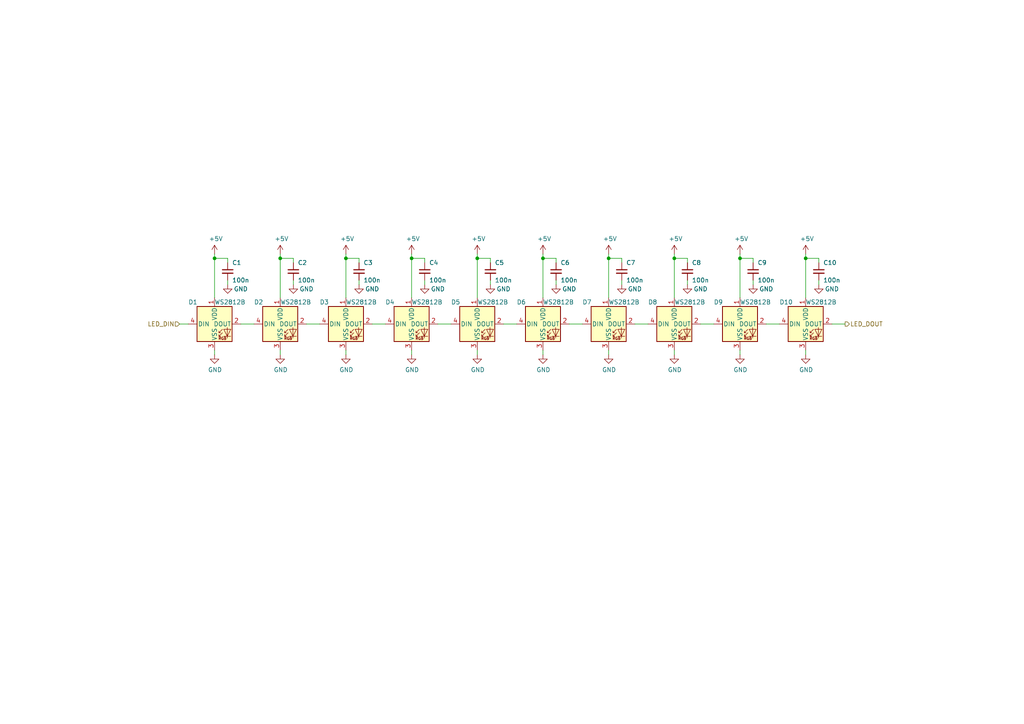
<source format=kicad_sch>
(kicad_sch (version 20211123) (generator eeschema)
  (paper "A4")
  (lib_symbols
    (symbol "Device:C_Small" (pin_numbers hide) (pin_names (offset 0.254) hide)
      (property "Reference" "C" (at 0.254 1.778 0))
      (property "Value" "C_Small" (at 0.254 -2.032 0))
      (symbol "C_Small_0_1"
        (polyline (pts (xy -1.524 -0.508) (xy 1.524 -0.508)) (stroke (width 0.3302)))
        (polyline (pts (xy -1.524 0.508) (xy 1.524 0.508)) (stroke (width 0.3048)))
      )
      (symbol "C_Small_1_1"
        (pin passive line (at 0 2.54 270) (length 2.032) (name "~") (number "1"))
        (pin passive line (at 0 -2.54 90) (length 2.032) (name "~") (number "2"))
      )
    )
    (symbol "LED:WS2812B" (pin_names (offset 0.254))
      (property "Reference" "D" (at 5.08 5.715 0))
      (property "Value" "WS2812B" (at 1.27 -5.715 0))
      (symbol "WS2812B_0_0"
        (text "RGB" (at 2.286 -4.191 0) (effects (font (size 0.762 0.762))))
      )
      (symbol "WS2812B_0_1"
        (polyline (pts (xy 1.27 -3.556) (xy 1.778 -3.556)))
        (polyline (pts (xy 1.27 -2.54) (xy 1.778 -2.54)))
        (polyline (pts (xy 4.699 -3.556) (xy 2.667 -3.556)))
        (polyline (pts (xy 2.286 -2.54) (xy 1.27 -3.556) (xy 1.27 -3.048)))
        (polyline (pts (xy 2.286 -1.524) (xy 1.27 -2.54) (xy 1.27 -2.032)))
        (polyline (pts (xy 3.683 -1.016) (xy 3.683 -3.556) (xy 3.683 -4.064)))
        (polyline (pts (xy 4.699 -1.524) (xy 2.667 -1.524) (xy 3.683 -3.556) (xy 4.699 -1.524)))
        (rectangle (start 5.08 5.08) (end -5.08 -5.08) (stroke (width 0.254)) (fill (type background)))
      )
      (symbol "WS2812B_1_1"
        (pin power_in line (at 0 7.62 270) (length 2.54) (name "VDD") (number "1"))
        (pin output line (at 7.62 0 180) (length 2.54) (name "DOUT") (number "2"))
        (pin power_in line (at 0 -7.62 90) (length 2.54) (name "VSS") (number "3"))
        (pin input line (at -7.62 0 0) (length 2.54) (name "DIN") (number "4"))
      )
    )
    (symbol "power:+5V" (power) (pin_names (offset 0))
      (property "Value" "+5V" (at 0 3.556 0))
      (symbol "+5V_0_1"
        (polyline (pts (xy -0.762 1.27) (xy 0 2.54)))
        (polyline (pts (xy 0 0) (xy 0 2.54)))
        (polyline (pts (xy 0 2.54) (xy 0.762 1.27)))
      )
      (symbol "+5V_1_1"
        (pin power_in line (at 0 0 90) (length 0) hide (name "+5V") (number "1"))
      )
    )
    (symbol "power:GND" (power) (pin_names (offset 0))
      (property "Value" "GND" (at 0 -3.81 0))
      (symbol "GND_0_1"
        (polyline (pts (xy 0 0) (xy 0 -1.27) (xy 1.27 -1.27) (xy 0 -2.54) (xy -1.27 -1.27) (xy 0 -1.27)))
      )
      (symbol "GND_1_1"
        (pin power_in line (at 0 0 270) (length 0) hide (name "GND") (number "1"))
      )
    )
  )
  (junction (at 138.43 74.93))
  (junction (at 176.53 74.93))
  (junction (at 195.58 74.93))
  (junction (at 81.28 74.93))
  (junction (at 233.68 74.93))
  (junction (at 100.33 74.93))
  (junction (at 119.38 74.93))
  (junction (at 62.23 74.93))
  (junction (at 214.63 74.93))
  (junction (at 157.48 74.93))
  (wire (pts (xy 233.68 74.93) (xy 233.68 86.36)))
  (wire (pts (xy 138.43 102.87) (xy 138.43 101.6)))
  (wire (pts (xy 218.44 76.2) (xy 218.44 74.93)))
  (wire (pts (xy 104.14 76.2) (xy 104.14 74.93)))
  (wire (pts (xy 237.49 76.2) (xy 237.49 74.93)))
  (wire (pts (xy 85.09 76.2) (xy 85.09 74.93)))
  (wire (pts (xy 107.95 93.98) (xy 111.76 93.98)))
  (wire (pts (xy 100.33 102.87) (xy 100.33 101.6)))
  (wire (pts (xy 104.14 82.55) (xy 104.14 81.28)))
  (wire (pts (xy 176.53 102.87) (xy 176.53 101.6)))
  (wire (pts (xy 146.05 93.98) (xy 149.86 93.98)))
  (wire (pts (xy 180.34 76.2) (xy 180.34 74.93)))
  (wire (pts (xy 100.33 73.66) (xy 100.33 74.93)))
  (wire (pts (xy 237.49 74.93) (xy 233.68 74.93)))
  (wire (pts (xy 199.39 82.55) (xy 199.39 81.28)))
  (wire (pts (xy 62.23 102.87) (xy 62.23 101.6)))
  (wire (pts (xy 176.53 73.66) (xy 176.53 74.93)))
  (wire (pts (xy 123.19 82.55) (xy 123.19 81.28)))
  (wire (pts (xy 81.28 102.87) (xy 81.28 101.6)))
  (wire (pts (xy 123.19 76.2) (xy 123.19 74.93)))
  (wire (pts (xy 233.68 102.87) (xy 233.68 101.6)))
  (wire (pts (xy 184.15 93.98) (xy 187.96 93.98)))
  (wire (pts (xy 100.33 74.93) (xy 100.33 86.36)))
  (wire (pts (xy 157.48 102.87) (xy 157.48 101.6)))
  (wire (pts (xy 157.48 73.66) (xy 157.48 74.93)))
  (wire (pts (xy 66.04 76.2) (xy 66.04 74.93)))
  (wire (pts (xy 222.25 93.98) (xy 226.06 93.98)))
  (wire (pts (xy 62.23 74.93) (xy 62.23 86.36)))
  (wire (pts (xy 69.85 93.98) (xy 73.66 93.98)))
  (wire (pts (xy 203.2 93.98) (xy 207.01 93.98)))
  (wire (pts (xy 237.49 82.55) (xy 237.49 81.28)))
  (wire (pts (xy 52.07 93.98) (xy 54.61 93.98)))
  (wire (pts (xy 85.09 82.55) (xy 85.09 81.28)))
  (wire (pts (xy 142.24 82.55) (xy 142.24 81.28)))
  (wire (pts (xy 233.68 73.66) (xy 233.68 74.93)))
  (wire (pts (xy 214.63 74.93) (xy 214.63 86.36)))
  (wire (pts (xy 218.44 74.93) (xy 214.63 74.93)))
  (wire (pts (xy 176.53 74.93) (xy 176.53 86.36)))
  (wire (pts (xy 119.38 102.87) (xy 119.38 101.6)))
  (wire (pts (xy 241.3 93.98) (xy 245.11 93.98)))
  (wire (pts (xy 138.43 73.66) (xy 138.43 74.93)))
  (wire (pts (xy 157.48 74.93) (xy 157.48 86.36)))
  (wire (pts (xy 161.29 76.2) (xy 161.29 74.93)))
  (wire (pts (xy 66.04 82.55) (xy 66.04 81.28)))
  (wire (pts (xy 195.58 73.66) (xy 195.58 74.93)))
  (wire (pts (xy 180.34 82.55) (xy 180.34 81.28)))
  (wire (pts (xy 165.1 93.98) (xy 168.91 93.98)))
  (wire (pts (xy 142.24 74.93) (xy 138.43 74.93)))
  (wire (pts (xy 119.38 73.66) (xy 119.38 74.93)))
  (wire (pts (xy 66.04 74.93) (xy 62.23 74.93)))
  (wire (pts (xy 195.58 102.87) (xy 195.58 101.6)))
  (wire (pts (xy 119.38 74.93) (xy 119.38 86.36)))
  (wire (pts (xy 81.28 74.93) (xy 81.28 86.36)))
  (wire (pts (xy 104.14 74.93) (xy 100.33 74.93)))
  (wire (pts (xy 62.23 73.66) (xy 62.23 74.93)))
  (wire (pts (xy 81.28 73.66) (xy 81.28 74.93)))
  (wire (pts (xy 214.63 102.87) (xy 214.63 101.6)))
  (wire (pts (xy 123.19 74.93) (xy 119.38 74.93)))
  (wire (pts (xy 214.63 73.66) (xy 214.63 74.93)))
  (wire (pts (xy 199.39 76.2) (xy 199.39 74.93)))
  (wire (pts (xy 85.09 74.93) (xy 81.28 74.93)))
  (wire (pts (xy 88.9 93.98) (xy 92.71 93.98)))
  (wire (pts (xy 195.58 74.93) (xy 195.58 86.36)))
  (wire (pts (xy 142.24 76.2) (xy 142.24 74.93)))
  (wire (pts (xy 218.44 82.55) (xy 218.44 81.28)))
  (wire (pts (xy 161.29 74.93) (xy 157.48 74.93)))
  (wire (pts (xy 127 93.98) (xy 130.81 93.98)))
  (wire (pts (xy 180.34 74.93) (xy 176.53 74.93)))
  (wire (pts (xy 161.29 82.55) (xy 161.29 81.28)))
  (wire (pts (xy 199.39 74.93) (xy 195.58 74.93)))
  (wire (pts (xy 138.43 74.93) (xy 138.43 86.36)))
  (hierarchical_label "LED_DOUT" (shape output) (at 245.11 93.98 0))
  (hierarchical_label "LED_DIN" (shape input) (at 52.07 93.98 180))
  (symbol (lib_id "LED:WS2812B") (at 62.23 93.98 0)
    (property "Reference" "D1" (at 54.61 87.63 0) (effects (justify left)))
    (property "Value" "WS2812B" (at 62.23 87.63 0) (effects (justify left)))
    (property "Footprint" "LED_SMD:LED_WS2812B_PLCC4_5.0x5.0mm_P3.2mm" (effects hide))
    (property "Datasheet" "https://cdn-shop.adafruit.com/datasheets/WS2812B.pdf" (effects hide))
  )
  (symbol (lib_id "power:+5V") (at 62.23 73.66 0)
    (property "Reference" "#PWR02" (effects hide))
    (property "Value" "+5V" (at 62.611 69.2658 0))
  )
  (symbol (lib_id "power:GND") (at 62.23 102.87 0)
    (property "Reference" "#PWR022" (effects hide))
    (property "Value" "GND" (at 62.357 107.2642 0))
  )
  (symbol (lib_id "Device:C_Small") (at 66.04 78.74 0)
    (property "Reference" "C1" (at 67.31 76.2 0) (effects (justify left)))
    (property "Value" "100n" (at 67.31 81.28 0) (effects (justify left)))
    (property "Footprint" "Capacitor_SMD:C_0603_1608Metric" (effects hide))
  )
  (symbol (lib_id "power:GND") (at 66.04 82.55 0)
    (property "Reference" "#PWR012" (effects hide))
    (property "Value" "GND" (at 69.85 83.82 0))
  )
  (symbol (lib_id "LED:WS2812B") (at 81.28 93.98 0)
    (property "Reference" "D2" (at 73.66 87.63 0) (effects (justify left)))
    (property "Value" "WS2812B" (at 81.28 87.63 0) (effects (justify left)))
    (property "Footprint" "LED_SMD:LED_WS2812B_PLCC4_5.0x5.0mm_P3.2mm" (effects hide))
    (property "Datasheet" "https://cdn-shop.adafruit.com/datasheets/WS2812B.pdf" (effects hide))
  )
  (symbol (lib_id "power:+5V") (at 81.28 73.66 0)
    (property "Reference" "#PWR03" (effects hide))
    (property "Value" "+5V" (at 81.661 69.2658 0))
  )
  (symbol (lib_id "power:GND") (at 81.28 102.87 0)
    (property "Reference" "#PWR023" (effects hide))
    (property "Value" "GND" (at 81.407 107.2642 0))
  )
  (symbol (lib_id "Device:C_Small") (at 85.09 78.74 0)
    (property "Reference" "C2" (at 86.36 76.2 0) (effects (justify left)))
    (property "Value" "100n" (at 86.36 81.28 0) (effects (justify left)))
    (property "Footprint" "Capacitor_SMD:C_0603_1608Metric" (effects hide))
  )
  (symbol (lib_id "power:GND") (at 85.09 82.55 0)
    (property "Reference" "#PWR013" (effects hide))
    (property "Value" "GND" (at 88.9 83.82 0))
  )
  (symbol (lib_id "LED:WS2812B") (at 100.33 93.98 0)
    (property "Reference" "D3" (at 92.71 87.63 0) (effects (justify left)))
    (property "Value" "WS2812B" (at 100.33 87.63 0) (effects (justify left)))
    (property "Footprint" "LED_SMD:LED_WS2812B_PLCC4_5.0x5.0mm_P3.2mm" (effects hide))
    (property "Datasheet" "https://cdn-shop.adafruit.com/datasheets/WS2812B.pdf" (effects hide))
  )
  (symbol (lib_id "power:+5V") (at 100.33 73.66 0)
    (property "Reference" "#PWR04" (effects hide))
    (property "Value" "+5V" (at 100.711 69.2658 0))
  )
  (symbol (lib_id "power:GND") (at 100.33 102.87 0)
    (property "Reference" "#PWR024" (effects hide))
    (property "Value" "GND" (at 100.457 107.2642 0))
  )
  (symbol (lib_id "Device:C_Small") (at 104.14 78.74 0)
    (property "Reference" "C3" (at 105.41 76.2 0) (effects (justify left)))
    (property "Value" "100n" (at 105.41 81.28 0) (effects (justify left)))
    (property "Footprint" "Capacitor_SMD:C_0603_1608Metric" (effects hide))
  )
  (symbol (lib_id "power:GND") (at 104.14 82.55 0)
    (property "Reference" "#PWR014" (effects hide))
    (property "Value" "GND" (at 107.95 83.82 0))
  )
  (symbol (lib_id "LED:WS2812B") (at 119.38 93.98 0)
    (property "Reference" "D4" (at 111.76 87.63 0) (effects (justify left)))
    (property "Value" "WS2812B" (at 119.38 87.63 0) (effects (justify left)))
    (property "Footprint" "LED_SMD:LED_WS2812B_PLCC4_5.0x5.0mm_P3.2mm" (effects hide))
    (property "Datasheet" "https://cdn-shop.adafruit.com/datasheets/WS2812B.pdf" (effects hide))
  )
  (symbol (lib_id "power:+5V") (at 119.38 73.66 0)
    (property "Reference" "#PWR05" (effects hide))
    (property "Value" "+5V" (at 119.761 69.2658 0))
  )
  (symbol (lib_id "power:GND") (at 119.38 102.87 0)
    (property "Reference" "#PWR025" (effects hide))
    (property "Value" "GND" (at 119.507 107.2642 0))
  )
  (symbol (lib_id "Device:C_Small") (at 123.19 78.74 0)
    (property "Reference" "C4" (at 124.46 76.2 0) (effects (justify left)))
    (property "Value" "100n" (at 124.46 81.28 0) (effects (justify left)))
    (property "Footprint" "Capacitor_SMD:C_0603_1608Metric" (effects hide))
  )
  (symbol (lib_id "power:GND") (at 123.19 82.55 0)
    (property "Reference" "#PWR015" (effects hide))
    (property "Value" "GND" (at 127 83.82 0))
  )
  (symbol (lib_id "LED:WS2812B") (at 138.43 93.98 0)
    (property "Reference" "D5" (at 130.81 87.63 0) (effects (justify left)))
    (property "Value" "WS2812B" (at 138.43 87.63 0) (effects (justify left)))
    (property "Footprint" "LED_SMD:LED_WS2812B_PLCC4_5.0x5.0mm_P3.2mm" (effects hide))
    (property "Datasheet" "https://cdn-shop.adafruit.com/datasheets/WS2812B.pdf" (effects hide))
  )
  (symbol (lib_id "power:+5V") (at 138.43 73.66 0)
    (property "Reference" "#PWR06" (effects hide))
    (property "Value" "+5V" (at 138.811 69.2658 0))
  )
  (symbol (lib_id "power:GND") (at 138.43 102.87 0)
    (property "Reference" "#PWR026" (effects hide))
    (property "Value" "GND" (at 138.557 107.2642 0))
  )
  (symbol (lib_id "Device:C_Small") (at 142.24 78.74 0)
    (property "Reference" "C5" (at 143.51 76.2 0) (effects (justify left)))
    (property "Value" "100n" (at 143.51 81.28 0) (effects (justify left)))
    (property "Footprint" "Capacitor_SMD:C_0603_1608Metric" (effects hide))
  )
  (symbol (lib_id "power:GND") (at 142.24 82.55 0)
    (property "Reference" "#PWR016" (effects hide))
    (property "Value" "GND" (at 146.05 83.82 0))
  )
  (symbol (lib_id "LED:WS2812B") (at 157.48 93.98 0)
    (property "Reference" "D6" (at 149.86 87.63 0) (effects (justify left)))
    (property "Value" "WS2812B" (at 157.48 87.63 0) (effects (justify left)))
    (property "Footprint" "LED_SMD:LED_WS2812B_PLCC4_5.0x5.0mm_P3.2mm" (effects hide))
    (property "Datasheet" "https://cdn-shop.adafruit.com/datasheets/WS2812B.pdf" (effects hide))
  )
  (symbol (lib_id "power:+5V") (at 157.48 73.66 0)
    (property "Reference" "#PWR07" (effects hide))
    (property "Value" "+5V" (at 157.861 69.2658 0))
  )
  (symbol (lib_id "power:GND") (at 157.48 102.87 0)
    (property "Reference" "#PWR027" (effects hide))
    (property "Value" "GND" (at 157.607 107.2642 0))
  )
  (symbol (lib_id "Device:C_Small") (at 161.29 78.74 0)
    (property "Reference" "C6" (at 162.56 76.2 0) (effects (justify left)))
    (property "Value" "100n" (at 162.56 81.28 0) (effects (justify left)))
    (property "Footprint" "Capacitor_SMD:C_0603_1608Metric" (effects hide))
  )
  (symbol (lib_id "power:GND") (at 161.29 82.55 0)
    (property "Reference" "#PWR017" (effects hide))
    (property "Value" "GND" (at 165.1 83.82 0))
  )
  (symbol (lib_id "LED:WS2812B") (at 176.53 93.98 0)
    (property "Reference" "D7" (at 168.91 87.63 0) (effects (justify left)))
    (property "Value" "WS2812B" (at 176.53 87.63 0) (effects (justify left)))
    (property "Footprint" "LED_SMD:LED_WS2812B_PLCC4_5.0x5.0mm_P3.2mm" (effects hide))
    (property "Datasheet" "https://cdn-shop.adafruit.com/datasheets/WS2812B.pdf" (effects hide))
  )
  (symbol (lib_id "power:+5V") (at 176.53 73.66 0)
    (property "Reference" "#PWR08" (effects hide))
    (property "Value" "+5V" (at 176.911 69.2658 0))
  )
  (symbol (lib_id "power:GND") (at 176.53 102.87 0)
    (property "Reference" "#PWR028" (effects hide))
    (property "Value" "GND" (at 176.657 107.2642 0))
  )
  (symbol (lib_id "Device:C_Small") (at 180.34 78.74 0)
    (property "Reference" "C7" (at 181.61 76.2 0) (effects (justify left)))
    (property "Value" "100n" (at 181.61 81.28 0) (effects (justify left)))
    (property "Footprint" "Capacitor_SMD:C_0603_1608Metric" (effects hide))
  )
  (symbol (lib_id "power:GND") (at 180.34 82.55 0)
    (property "Reference" "#PWR018" (effects hide))
    (property "Value" "GND" (at 184.15 83.82 0))
  )
  (symbol (lib_id "LED:WS2812B") (at 195.58 93.98 0)
    (property "Reference" "D8" (at 187.96 87.63 0) (effects (justify left)))
    (property "Value" "WS2812B" (at 195.58 87.63 0) (effects (justify left)))
    (property "Footprint" "LED_SMD:LED_WS2812B_PLCC4_5.0x5.0mm_P3.2mm" (effects hide))
    (property "Datasheet" "https://cdn-shop.adafruit.com/datasheets/WS2812B.pdf" (effects hide))
  )
  (symbol (lib_id "power:+5V") (at 195.58 73.66 0)
    (property "Reference" "#PWR09" (effects hide))
    (property "Value" "+5V" (at 195.961 69.2658 0))
  )
  (symbol (lib_id "power:GND") (at 195.58 102.87 0)
    (property "Reference" "#PWR029" (effects hide))
    (property "Value" "GND" (at 195.707 107.2642 0))
  )
  (symbol (lib_id "Device:C_Small") (at 199.39 78.74 0)
    (property "Reference" "C8" (at 200.66 76.2 0) (effects (justify left)))
    (property "Value" "100n" (at 200.66 81.28 0) (effects (justify left)))
    (property "Footprint" "Capacitor_SMD:C_0603_1608Metric" (effects hide))
  )
  (symbol (lib_id "power:GND") (at 199.39 82.55 0)
    (property "Reference" "#PWR019" (effects hide))
    (property "Value" "GND" (at 203.2 83.82 0))
  )
  (symbol (lib_id "LED:WS2812B") (at 214.63 93.98 0)
    (property "Reference" "D9" (at 207.01 87.63 0) (effects (justify left)))
    (property "Value" "WS2812B" (at 214.63 87.63 0) (effects (justify left)))
    (property "Footprint" "LED_SMD:LED_WS2812B_PLCC4_5.0x5.0mm_P3.2mm" (effects hide))
    (property "Datasheet" "https://cdn-shop.adafruit.com/datasheets/WS2812B.pdf" (effects hide))
  )
  (symbol (lib_id "power:+5V") (at 214.63 73.66 0)
    (property "Reference" "#PWR010" (effects hide))
    (property "Value" "+5V" (at 215.011 69.2658 0))
  )
  (symbol (lib_id "power:GND") (at 214.63 102.87 0)
    (property "Reference" "#PWR030" (effects hide))
    (property "Value" "GND" (at 214.757 107.2642 0))
  )
  (symbol (lib_id "Device:C_Small") (at 218.44 78.74 0)
    (property "Reference" "C9" (at 219.71 76.2 0) (effects (justify left)))
    (property "Value" "100n" (at 219.71 81.28 0) (effects (justify left)))
    (property "Footprint" "Capacitor_SMD:C_0603_1608Metric" (effects hide))
  )
  (symbol (lib_id "power:GND") (at 218.44 82.55 0)
    (property "Reference" "#PWR020" (effects hide))
    (property "Value" "GND" (at 222.25 83.82 0))
  )
  (symbol (lib_id "LED:WS2812B") (at 233.68 93.98 0)
    (property "Reference" "D10" (at 226.06 87.63 0) (effects (justify left)))
    (property "Value" "WS2812B" (at 233.68 87.63 0) (effects (justify left)))
    (property "Footprint" "LED_SMD:LED_WS2812B_PLCC4_5.0x5.0mm_P3.2mm" (effects hide))
    (property "Datasheet" "https://cdn-shop.adafruit.com/datasheets/WS2812B.pdf" (effects hide))
  )
  (symbol (lib_id "power:+5V") (at 233.68 73.66 0)
    (property "Reference" "#PWR011" (effects hide))
    (property "Value" "+5V" (at 234.061 69.2658 0))
  )
  (symbol (lib_id "power:GND") (at 233.68 102.87 0)
    (property "Reference" "#PWR031" (effects hide))
    (property "Value" "GND" (at 233.807 107.2642 0))
  )
  (symbol (lib_id "Device:C_Small") (at 237.49 78.74 0)
    (property "Reference" "C10" (at 238.76 76.2 0) (effects (justify left)))
    (property "Value" "100n" (at 238.76 81.28 0) (effects (justify left)))
    (property "Footprint" "Capacitor_SMD:C_0603_1608Metric" (effects hide))
  )
  (symbol (lib_id "power:GND") (at 237.49 82.55 0)
    (property "Reference" "#PWR021" (effects hide))
    (property "Value" "GND" (at 241.3 83.82 0))
  )
)
</source>
